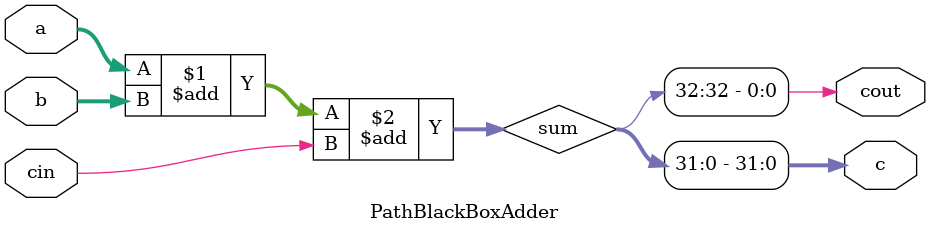
<source format=v>
module PathBlackBoxAdder(a,b,cin,c,cout);
input [31:0] a,b;
input cin;
output [31:0] c;
output cout;
wire [32:0] sum;

assign sum = a + b + cin;
assign c = sum[31:0];
assign cout = sum[32];

endmodule
</source>
